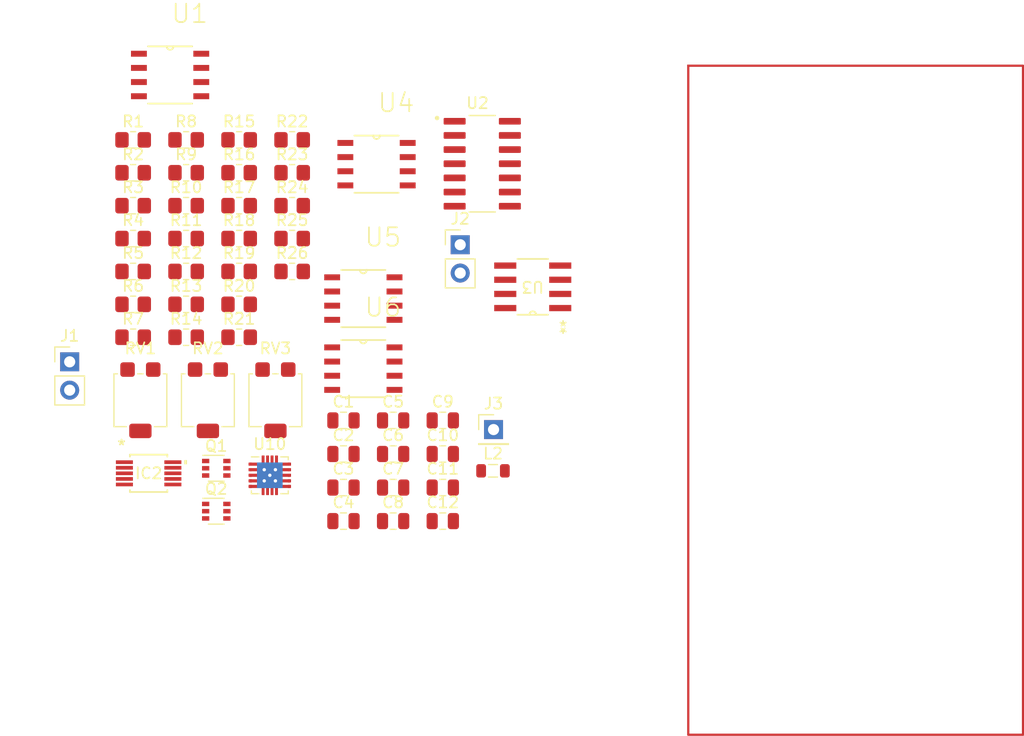
<source format=kicad_pcb>
(kicad_pcb (version 20221018) (generator pcbnew)
  (layers (0 "F.Cu" signal) (31 "B.Cu" signal) (34 "B.Paste" user) (35 "F.Paste" user) (36 "B.SilkS" user "B.Silkscreen") (37 "F.SilkS" user "F.Silkscreen") (38 "B.Mask" user) (39 "F.Mask" user) (44 "Edge.Cuts" user))
  (net 0 "")
  (net 1 "Net-(Q1B-C2)")
  (net 2 "GND")
  (net 3 "Net-(C2-Pad1)")
  (net 4 "(UxUy + ErUy){slash}Asaw")
  (net 5 "VBUS")
  (net 6 "Net-(U3-CAP+)")
  (net 7 "Net-(U3-CAP-)")
  (net 8 "Net-(U10-FB)")
  (net 9 "Vcc-")
  (net 10 "VCC")
  (net 11 "Net-(U10-VAUX)")
  (net 12 "IN1")
  (net 13 "SW_OUT")
  (net 18 "Ux")
  (net 19 "Uy")
  (net 20 "UxUy")
  (net 21 "Net-(U10-L1)")
  (net 22 "Net-(U10-L2)")
  (net 23 "Net-(Q1A-B1)")
  (net 24 "Net-(Q1A-C1)")
  (net 25 "Net-(Q1B-B2)")
  (net 26 "Net-(U2A-+)")
  (net 27 "Uy_buff")
  (net 28 "Net-(U6B--)")
  (net 29 "Net-(U2A--)")
  (net 30 "Net-(U3-LV)")
  (net 31 "Net-(U1A--)")
  (net 32 "Net-(U4A--)")
  (net 33 "Net-(U1B--)")
  (net 34 "Net-(R12-Pad2)")
  (net 35 "Net-(U4B--)")
  (net 36 "Ux+Er")
  (net 37 "Net-(U5B-+)")
  (net 38 "UyEr")
  (net 39 "UxUy + ErUy")
  (net 40 "Net-(U5B--)")
  (net 41 "Er")
  (net 42 "Net-(U5A--)")
  (net 43 "Net-(R23-Pad1)")
  (net 44 "Net-(U10-PG)")
  (net 45 "Net-(U6A--)")
  (footprint "Resistor_SMD:R_0805_2012Metric_Pad1.20x1.40mm_HandSolder" (layer "F.Cu") (at 140 68.9)
    (fp_text reference "R13" (at 0 -1.65) (layer "F.SilkS"))
    (fp_text value "2k")
    (pad "1" smd roundrect (at -1 0) (size 1.2 1.4) (layers "F.Cu" "F.Paste" "F.Mask") (roundrect_rratio 0.208333) (net 34 "Net-(R12-Pad2)"))
    (pad "2" smd roundrect (at 1 0) (size 1.2 1.4) (layers "F.Cu" "F.Paste" "F.Mask") (roundrect_rratio 0.208333) (net 35 "Net-(U4B--)"))
  )
  (footprint "Potentiometer_SMD:Potentiometer_Bourns_3314G_Vertical" (layer "F.Cu") (at 135.9 77.5)
    (fp_text reference "RV1" (at 0 -4.65) (layer "F.SilkS"))
    (fp_text value "1,1k")
    (pad "1" smd roundrect (at -1.15 -2.75) (size 1.3 1.3) (layers "F.Cu" "F.Paste" "F.Mask") (roundrect_rratio 0.1923076923) (net 41 "Er"))
    (pad "2" smd roundrect (at 0 2.75) (size 2 1.3) (layers "F.Cu" "F.Paste" "F.Mask") (roundrect_rratio 0.1923076923) (net 2 "GND"))
    (pad "3" smd roundrect (at 1.15 -2.75) (size 1.3 1.3) (layers "F.Cu" "F.Paste" "F.Mask") (roundrect_rratio 0.1923076923) (net 2 "GND"))
  )
  (footprint "Custom:RM_10_ADI" (layer "F.Cu") (at 136.6389 84.0546)
    (fp_text reference "IC2" (at 0 0 unlocked) (layer "F.SilkS"))
    (fp_text value "ADG1221BRMZ")
    (fp_text user "*" (at -2.4257 -2.4732) (layer "F.SilkS"))
    (fp_text user "*" (at -2.4257 -2.4732 unlocked) (layer "F.SilkS"))
    (pad "1" smd rect (at -2.1717 -1.000001) (size 1.524 0.3302) (layers "F.Cu" "F.Paste" "F.Mask") (net 12 "IN1"))
    (pad "2" smd rect (at -2.1717 -0.499999) (size 1.524 0.3302) (layers "F.Cu" "F.Paste" "F.Mask") (net 2 "GND"))
    (pad "3" smd rect (at -2.1717 0) (size 1.524 0.3302) (layers "F.Cu" "F.Paste" "F.Mask") (net 13 "SW_OUT"))
    (pad "4" smd rect (at -2.1717 0.499999) (size 1.524 0.3302) (layers "F.Cu" "F.Paste" "F.Mask"))
    (pad "5" smd rect (at -2.1717 1.000001) (size 1.524 0.3302) (layers "F.Cu" "F.Paste" "F.Mask"))
    (pad "6" smd rect (at 2.1717 1.000001) (size 1.524 0.3302) (layers "F.Cu" "F.Paste" "F.Mask") (net 9 "Vcc-"))
    (pad "7" smd rect (at 2.1717 0.499999) (size 1.524 0.3302) (layers "F.Cu" "F.Paste" "F.Mask"))
    (pad "8" smd rect (at 2.1717 0) (size 1.524 0.3302) (layers "F.Cu" "F.Paste" "F.Mask") (net 2 "GND"))
    (pad "9" smd rect (at 2.1717 -0.499999) (size 1.524 0.3302) (layers "F.Cu" "F.Paste" "F.Mask") (net 10 "VCC"))
    (pad "10" smd rect (at 2.1717 -1.000001) (size 1.524 0.3302) (layers "F.Cu" "F.Paste" "F.Mask"))
  )
  (footprint "Package_SON:Texas_S-PWSON-N10_ThermalVias" (layer "F.Cu") (at 147.5 84.23)
    (fp_text reference "U10" (at 0 -2.8) (layer "F.SilkS"))
    (fp_text value "TPS63060")
    (pad "1" smd rect (at -1.76 -1) (size 0.28 0.28) (layers "F.Cu" "F.Paste" "F.Mask") (net 21 "Net-(U10-L1)"))
    (pad "1" smd oval (at -1.475 -1) (size 0.85 0.28) (layers "F.Cu" "F.Paste" "F.Mask") (net 21 "Net-(U10-L1)"))
    (pad "2" smd rect (at -1.76 -0.5) (size 0.28 0.28) (layers "F.Cu" "F.Paste" "F.Mask") (net 5 "VBUS"))
    (pad "2" smd oval (at -1.475 -0.5) (size 0.85 0.28) (layers "F.Cu" "F.Paste" "F.Mask") (net 5 "VBUS"))
    (pad "3" smd rect (at -1.76 0) (size 0.28 0.28) (layers "F.Cu" "F.Paste" "F.Mask") (net 5 "VBUS"))
    (pad "3" smd oval (at -1.475 0) (size 0.85 0.28) (layers "F.Cu" "F.Paste" "F.Mask") (net 5 "VBUS"))
    (pad "4" smd rect (at -1.76 0.5) (size 0.28 0.28) (layers "F.Cu" "F.Paste" "F.Mask"))
    (pad "4" smd oval (at -1.475 0.5) (size 0.85 0.28) (layers "F.Cu" "F.Paste" "F.Mask"))
    (pad "5" smd rect (at -1.76 1) (size 0.28 0.28) (layers "F.Cu" "F.Paste" "F.Mask") (net 44 "Net-(U10-PG)"))
    (pad "5" smd oval (at -1.475 1) (size 0.85 0.28) (layers "F.Cu" "F.Paste" "F.Mask") (net 44 "Net-(U10-PG)"))
    (pad "6" smd oval (at 1.475 1) (size 0.85 0.28) (layers "F.Cu" "F.Paste" "F.Mask") (net 11 "Net-(U10-VAUX)"))
    (pad "6" smd rect (at 1.76 1) (size 0.28 0.28) (layers "F.Cu" "F.Paste" "F.Mask") (net 11 "Net-(U10-VAUX)"))
    (pad "7" smd oval (at 1.475 0.5) (size 0.85 0.28) (layers "F.Cu" "F.Paste" "F.Mask") (net 2 "GND"))
    (pad "7" smd rect (at 1.76 0.5) (size 0.28 0.28) (layers "F.Cu" "F.Paste" "F.Mask") (net 2 "GND"))
    (pad "8" smd oval (at 1.475 0) (size 0.85 0.28) (layers "F.Cu" "F.Paste" "F.Mask") (net 8 "Net-(U10-FB)"))
    (pad "8" smd rect (at 1.76 0) (size 0.28 0.28) (layers "F.Cu" "F.Paste" "F.Mask") (net 8 "Net-(U10-FB)"))
    (pad "9" smd oval (at 1.475 -0.5) (size 0.85 0.28) (layers "F.Cu" "F.Paste" "F.Mask") (net 10 "VCC"))
    (pad "9" smd rect (at 1.76 -0.5) (size 0.28 0.28) (layers "F.Cu" "F.Paste" "F.Mask") (net 10 "VCC"))
    (pad "10" smd oval (at 1.475 -1) (size 0.85 0.28) (layers "F.Cu" "F.Paste" "F.Mask") (net 22 "Net-(U10-L2)"))
    (pad "10" smd rect (at 1.76 -1) (size 0.28 0.28) (layers "F.Cu" "F.Paste" "F.Mask") (net 22 "Net-(U10-L2)"))
    (pad "11" smd rect (at -0.6 -1.425) (size 0.23 0.6) (layers "F.Cu" "F.Paste" "F.Mask") (net 2 "GND"))
    (pad "11" smd rect (at -0.6 -1.425) (size 0.25 0.7) (layers "F.Cu" "F.Paste" "F.Mask") (net 2 "GND"))
    (pad "11" smd rect (at -0.6 1.425) (size 0.23 0.6) (layers "F.Cu" "F.Paste" "F.Mask") (net 2 "GND"))
    (pad "11" smd rect (at -0.6 1.425) (size 0.25 0.7) (layers "F.Cu" "F.Paste" "F.Mask") (net 2 "GND"))
    (pad "11" thru_hole circle (at -0.5 -0.5) (size 0.6 0.6) (drill 0.3) (layers "*.Cu" "*.Mask") (net 2 "GND"))
    (pad "11" thru_hole circle (at -0.5 0.5) (size 0.6 0.6) (drill 0.3) (layers "*.Cu" "*.Mask") (net 2 "GND"))
    (pad "11" smd rect (at -0.435 -0.56) (size 0.65 0.9) (layers "F.Cu" "F.Paste" "F.Mask") (net 2 "GND"))
    (pad "11" smd rect (at -0.435 0.56) (size 0.65 0.9) (layers "F.Cu" "F.Paste" "F.Mask") (net 2 "GND"))
    (pad "11" smd rect (at -0.2 -1.425) (size 0.23 0.6) (layers "F.Cu" "F.Paste" "F.Mask") (net 2 "GND"))
    (pad "11" smd rect (at -0.2 -1.425) (size 0.25 0.7) (layers "F.Cu" "F.Paste" "F.Mask") (net 2 "GND"))
    (pad "11" smd rect (at -0.2 1.425) (size 0.23 0.6) (layers "F.Cu" "F.Paste" "F.Mask") (net 2 "GND"))
    (pad "11" smd rect (at -0.2 1.425) (size 0.25 0.7) (layers "F.Cu" "F.Paste" "F.Mask") (net 2 "GND"))
    (pad "11" smd rect (at -0.001 0) (size 2.3 2.3) (layers "B.Cu") (net 2 "GND"))
    (pad "11" thru_hole circle (at 0 0) (size 0.6 0.6) (drill 0.3) (layers "*.Cu" "*.Mask") (net 2 "GND"))
    (pad "11" smd rect (at 0 0) (size 1.7 2.15) (layers "F.Cu" "F.Mask") (net 2 "GND"))
    (pad "11" smd rect (at 0.2 -1.425) (size 0.23 0.6) (layers "F.Cu" "F.Paste" "F.Mask") (net 2 "GND"))
    (pad "11" smd rect (at 0.2 -1.425) (size 0.25 0.7) (layers "F.Cu" "F.Paste" "F.Mask") (net 2 "GND"))
    (pad "11" smd rect (at 0.2 1.425) (size 0.23 0.6) (layers "F.Cu" "F.Paste" "F.Mask") (net 2 "GND"))
    (pad "11" smd rect (at 0.2 1.425) (size 0.25 0.7) (layers "F.Cu" "F.Paste" "F.Mask") (net 2 "GND"))
    (pad "11" smd rect (at 0.435 -0.56) (size 0.65 0.9) (layers "F.Cu" "F.Paste" "F.Mask") (net 2 "GND"))
    (pad "11" smd rect (at 0.435 0.56) (size 0.65 0.9) (layers "F.Cu" "F.Paste" "F.Mask") (net 2 "GND"))
    (pad "11" thru_hole circle (at 0.5 -0.5) (size 0.6 0.6) (drill 0.3) (layers "*.Cu" "*.Mask") (net 2 "GND"))
    (pad "11" thru_hole circle (at 0.5 0.5) (size 0.6 0.6) (drill 0.3) (layers "*.Cu" "*.Mask") (net 2 "GND"))
    (pad "11" smd rect (at 0.6 -1.425) (size 0.23 0.6) (layers "F.Cu" "F.Paste" "F.Mask") (net 2 "GND"))
    (pad "11" smd rect (at 0.6 -1.425) (size 0.25 0.7) (layers "F.Cu" "F.Paste" "F.Mask") (net 2 "GND"))
    (pad "11" smd rect (at 0.6 1.425) (size 0.23 0.6) (layers "F.Cu" "F.Paste" "F.Mask") (net 2 "GND"))
    (pad "11" smd rect (at 0.6 1.425) (size 0.25 0.7) (layers "F.Cu" "F.Paste" "F.Mask") (net 2 "GND"))
  )
  (footprint "Capacitor_SMD:C_0805_2012Metric" (layer "F.Cu") (at 163 82.32)
    (fp_text reference "C10" (at 0 -1.68) (layer "F.SilkS"))
    (fp_text value "10u")
    (pad "1" smd roundrect (at -0.95 0) (size 1 1.45) (layers "F.Cu" "F.Paste" "F.Mask") (net 5 "VBUS"))
    (pad "2" smd roundrect (at 0.95 0) (size 1 1.45) (layers "F.Cu" "F.Paste" "F.Mask") (net 2 "GND"))
  )
  (footprint "Resistor_SMD:R_0805_2012Metric_Pad1.20x1.40mm_HandSolder" (layer "F.Cu") (at 135.25 68.9)
    (fp_text reference "R6" (at 0 -1.65) (layer "F.SilkS"))
    (fp_text value "2k")
    (pad "1" smd roundrect (at -1 0) (size 1.2 1.4) (layers "F.Cu" "F.Paste" "F.Mask") (roundrect_rratio 0.208333) (net 10 "VCC"))
    (pad "2" smd roundrect (at 1 0) (size 1.2 1.4) (layers "F.Cu" "F.Paste" "F.Mask") (roundrect_rratio 0.208333) (net 12 "IN1"))
  )
  (footprint "Resistor_SMD:R_0805_2012Metric_Pad1.20x1.40mm_HandSolder" (layer "F.Cu") (at 149.5 65.95)
    (fp_text reference "R26" (at 0 -1.65) (layer "F.SilkS"))
    (fp_text value "1M")
    (pad "1" smd roundrect (at -1 0) (size 1.2 1.4) (layers "F.Cu" "F.Paste" "F.Mask") (roundrect_rratio 0.208333) (net 10 "VCC"))
    (pad "2" smd roundrect (at 1 0) (size 1.2 1.4) (layers "F.Cu" "F.Paste" "F.Mask") (roundrect_rratio 0.208333) (net 8 "Net-(U10-FB)"))
  )
  (footprint "Capacitor_SMD:C_0805_2012Metric" (layer "F.Cu") (at 158.55 88.34)
    (fp_text reference "C8" (at 0 -1.68) (layer "F.SilkS"))
    (fp_text value "22u")
    (pad "1" smd roundrect (at -0.95 0) (size 1 1.45) (layers "F.Cu" "F.Paste" "F.Mask") (net 10 "VCC"))
    (pad "2" smd roundrect (at 0.95 0) (size 1 1.45) (layers "F.Cu" "F.Paste" "F.Mask") (net 2 "GND"))
  )
  (footprint "Resistor_SMD:R_0805_2012Metric_Pad1.20x1.40mm_HandSolder" (layer "F.Cu") (at 140 57.1)
    (fp_text reference "R9" (at 0 -1.65) (layer "F.SilkS"))
    (fp_text value "10k")
    (pad "1" smd roundrect (at -1 0) (size 1.2 1.4) (layers "F.Cu" "F.Paste" "F.Mask") (roundrect_rratio 0.208333) (net 30 "Net-(U3-LV)"))
    (pad "2" smd roundrect (at 1 0) (size 1.2 1.4) (layers "F.Cu" "F.Paste" "F.Mask") (roundrect_rratio 0.208333) (net 2 "GND"))
  )
  (footprint "Resistor_SMD:R_0805_2012Metric_Pad1.20x1.40mm_HandSolder" (layer "F.Cu") (at 144.75 60.05)
    (fp_text reference "R17" (at 0 -1.65) (layer "F.SilkS"))
    (fp_text value "2k")
    (pad "1" smd roundrect (at -1 0) (size 1.2 1.4) (layers "F.Cu" "F.Paste" "F.Mask") (roundrect_rratio 0.208333) (net 39 "UxUy + ErUy"))
    (pad "2" smd roundrect (at 1 0) (size 1.2 1.4) (layers "F.Cu" "F.Paste" "F.Mask") (roundrect_rratio 0.208333) (net 40 "Net-(U5B--)"))
  )
  (footprint "Resistor_SMD:R_0805_2012Metric_Pad1.20x1.40mm_HandSolder" (layer "F.Cu") (at 144.75 54.15)
    (fp_text reference "R15" (at 0 -1.65) (layer "F.SilkS"))
    (fp_text value "2k")
    (pad "1" smd roundrect (at -1 0) (size 1.2 1.4) (layers "F.Cu" "F.Paste" "F.Mask") (roundrect_rratio 0.208333) (net 37 "Net-(U5B-+)"))
    (pad "2" smd roundrect (at 1 0) (size 1.2 1.4) (layers "F.Cu" "F.Paste" "F.Mask") (roundrect_rratio 0.208333) (net 20 "UxUy"))
  )
  (footprint "Resistor_SMD:R_0805_2012Metric_Pad1.20x1.40mm_HandSolder" (layer "F.Cu") (at 149.5 60.05)
    (fp_text reference "R24" (at 0 -1.65) (layer "F.SilkS"))
    (fp_text value "1M")
    (pad "1" smd roundrect (at -1 0) (size 1.2 1.4) (layers "F.Cu" "F.Paste" "F.Mask") (roundrect_rratio 0.208333) (net 10 "VCC"))
    (pad "2" smd roundrect (at 1 0) (size 1.2 1.4) (layers "F.Cu" "F.Paste" "F.Mask") (roundrect_rratio 0.208333) (net 44 "Net-(U10-PG)"))
  )
  (footprint "Resistor_SMD:R_0805_2012Metric_Pad1.20x1.40mm_HandSolder" (layer "F.Cu") (at 140 71.85)
    (fp_text reference "R14" (at 0 -1.65) (layer "F.SilkS"))
    (fp_text value "2k")
    (pad "1" smd roundrect (at -1 0) (size 1.2 1.4) (layers "F.Cu" "F.Paste" "F.Mask") (roundrect_rratio 0.208333) (net 35 "Net-(U4B--)"))
    (pad "2" smd roundrect (at 1 0) (size 1.2 1.4) (layers "F.Cu" "F.Paste" "F.Mask") (roundrect_rratio 0.208333) (net 36 "Ux+Er"))
  )
  (footprint "Resistor_SMD:R_0805_2012Metric_Pad1.20x1.40mm_HandSolder" (layer "F.Cu") (at 140 54.15)
    (fp_text reference "R8" (at 0 -1.65) (layer "F.SilkS"))
    (fp_text value "20k")
    (pad "1" smd roundrect (at -1 0) (size 1.2 1.4) (layers "F.Cu" "F.Paste" "F.Mask") (roundrect_rratio 0.208333) (net 3 "Net-(C2-Pad1)"))
    (pad "2" smd roundrect (at 1 0) (size 1.2 1.4) (layers "F.Cu" "F.Paste" "F.Mask") (roundrect_rratio 0.208333) (net 4 "(UxUy + ErUy){slash}Asaw"))
  )
  (footprint "Package_TO_SOT_SMD:SOT-363_SC-70-6" (layer "F.Cu") (at 142.7 83.6)
    (fp_text reference "Q1" (at 0 -2) (layer "F.SilkS"))
    (fp_text value "BC846BPN")
    (pad "1" smd rect (at -0.95 -0.65) (size 0.65 0.4) (layers "F.Cu" "F.Paste" "F.Mask") (net 10 "VCC"))
    (pad "2" smd rect (at -0.95 0) (size 0.65 0.4) (layers "F.Cu" "F.Paste" "F.Mask") (net 23 "Net-(Q1A-B1)"))
    (pad "3" smd rect (at -0.95 0.65) (size 0.65 0.4) (layers "F.Cu" "F.Paste" "F.Mask") (net 1 "Net-(Q1B-C2)"))
    (pad "4" smd rect (at 0.95 0.65) (size 0.65 0.4) (layers "F.Cu" "F.Paste" "F.Mask") (net 24 "Net-(Q1A-C1)"))
    (pad "5" smd rect (at 0.95 0) (size 0.65 0.4) (layers "F.Cu" "F.Paste" "F.Mask") (net 25 "Net-(Q1B-B2)"))
    (pad "6" smd rect (at 0.95 -0.65) (size 0.65 0.4) (layers "F.Cu" "F.Paste" "F.Mask") (net 24 "Net-(Q1A-C1)"))
  )
  (footprint "Resistor_SMD:R_0805_2012Metric_Pad1.20x1.40mm_HandSolder" (layer "F.Cu") (at 144.75 71.85)
    (fp_text reference "R21" (at 0 -1.65) (layer "F.SilkS"))
    (fp_text value "4k")
    (pad "1" smd roundrect (at -1 0) (size 1.2 1.4) (layers "F.Cu" "F.Paste" "F.Mask") (roundrect_rratio 0.208333) (net 42 "Net-(U5A--)"))
    (pad "2" smd roundrect (at 1 0) (size 1.2 1.4) (layers "F.Cu" "F.Paste" "F.Mask") (roundrect_rratio 0.208333) (net 2 "GND"))
  )
  (footprint "Custom:TS912AIDT-SOIC8" (layer "F.Cu") (at 155.8802 74.6662)
    (fp_text reference "U6" (at 1.75663 -5.49898) (layer "F.SilkS") (effects (font (size 1.643764 1.643764))))
    (fp_text value "TS912")
    (pad "1" smd rect (at -2.794 -1.905) (size 1.4224 0.5334) (layers "F.Cu" "F.Paste" "F.Mask") (net 38 "UyEr"))
    (pad "2" smd rect (at -2.794 -0.635) (size 1.4224 0.5334) (layers "F.Cu" "F.Paste" "F.Mask") (net 45 "Net-(U6A--)"))
    (pad "3" smd rect (at -2.794 0.635) (size 1.4224 0.5334) (layers "F.Cu" "F.Paste" "F.Mask") (net 27 "Uy_buff"))
    (pad "4" smd rect (at -2.794 1.905) (size 1.4224 0.5334) (layers "F.Cu" "F.Paste" "F.Mask") (net 9 "Vcc-"))
    (pad "5" smd rect (at 2.794 1.905) (size 1.4224 0.5334) (layers "F.Cu" "F.Paste" "F.Mask") (net 19 "Uy"))
    (pad "6" smd rect (at 2.794 0.635) (size 1.4224 0.5334) (layers "F.Cu" "F.Paste" "F.Mask") (net 28 "Net-(U6B--)"))
    (pad "7" smd rect (at 2.794 -0.635) (size 1.4224 0.5334) (layers "F.Cu" "F.Paste" "F.Mask") (net 27 "Uy_buff"))
    (pad "8" smd rect (at 2.794 -1.905) (size 1.4224 0.5334) (layers "F.Cu" "F.Paste" "F.Mask") (net 10 "VCC"))
  )
  (footprint "Capacitor_SMD:C_0805_2012Metric" (layer "F.Cu") (at 154.1 79.31)
    (fp_text reference "C1" (at 0 -1.68) (layer "F.SilkS"))
    (fp_text value "1n")
    (pad "1" smd roundrect (at -0.95 0) (size 1 1.45) (layers "F.Cu" "F.Paste" "F.Mask") (net 1 "Net-(Q1B-C2)"))
    (pad "2" smd roundrect (at 0.95 0) (size 1 1.45) (layers "F.Cu" "F.Paste" "F.Mask") (net 2 "GND"))
  )
  (footprint "Resistor_SMD:R_0805_2012Metric_Pad1.20x1.40mm_HandSolder" (layer "F.Cu") (at 144.75 68.9)
    (fp_text reference "R20" (at 0 -1.65) (layer "F.SilkS"))
    (fp_text value "2k")
    (pad "1" smd roundrect (at -1 0) (size 1.2 1.4) (layers "F.Cu" "F.Paste" "F.Mask") (roundrect_rratio 0.208333) (net 27 "Uy_buff"))
    (pad "2" smd roundrect (at 1 0) (size 1.2 1.4) (layers "F.Cu" "F.Paste" "F.Mask") (roundrect_rratio 0.208333) (net 13 "SW_OUT"))
  )
  (footprint "Resistor_SMD:R_0805_2012Metric_Pad1.20x1.40mm_HandSolder" (layer "F.Cu") (at 135.25 63)
    (fp_text reference "R4" (at 0 -1.65) (layer "F.SilkS"))
    (fp_text value "100k")
    (pad "1" smd roundrect (at -1 0) (size 1.2 1.4) (layers "F.Cu" "F.Paste" "F.Mask") (roundrect_rratio 0.208333) (net 10 "VCC"))
    (pad "2" smd roundrect (at 1 0) (size 1.2 1.4) (layers "F.Cu" "F.Paste" "F.Mask") (roundrect_rratio 0.208333) (net 29 "Net-(U2A--)"))
  )
  (footprint "Custom:D8" (layer "F.Cu") (at 171.0625 67.33 180)
    (fp_text reference "U3" (at 0 0 180 unlocked) (layer "F.SilkS"))
    (fp_text value "~")
    (fp_text user "*" (at -2.7178 -3.6068 180 unlocked) (layer "F.SilkS"))
    (fp_text user "*" (at -2.7178 -3.6068) (layer "F.SilkS"))
    (pad "1" smd rect (at -2.4638 -1.905 180) (size 1.9812 0.5588) (layers "F.Cu" "F.Paste" "F.Mask"))
    (pad "2" smd rect (at -2.4638 -0.635 180) (size 1.9812 0.5588) (layers "F.Cu" "F.Paste" "F.Mask") (net 6 "Net-(U3-CAP+)"))
    (pad "3" smd rect (at -2.4638 0.635 180) (size 1.9812 0.5588) (layers "F.Cu" "F.Paste" "F.Mask") (net 2 "GND"))
    (pad "4" smd rect (at -2.4638 1.905 180) (size 1.9812 0.5588) (layers "F.Cu" "F.Paste" "F.Mask") (net 7 "Net-(U3-CAP-)"))
    (pad "5" smd rect (at 2.4638 1.905 180) (size 1.9812 0.5588) (layers "F.Cu" "F.Paste" "F.Mask") (net 9 "Vcc-"))
    (pad "6" smd rect (at 2.4638 0.635 180) (size 1.9812 0.5588) (layers "F.Cu" "F.Paste" "F.Mask") (net 30 "Net-(U3-LV)"))
    (pad "7" smd rect (at 2.4638 -0.635 180) (size 1.9812 0.5588) (layers "F.Cu" "F.Paste" "F.Mask"))
    (pad "8" smd rect (at 2.4638 -1.905 180) (size 1.9812 0.5588) (layers "F.Cu" "F.Paste" "F.Mask") (net 10 "VCC"))
  )
  (footprint "Capacitor_SMD:C_0805_2012Metric" (layer "F.Cu") (at 158.55 79.31)
    (fp_text reference "C5" (at 0 -1.68) (layer "F.SilkS"))
    (fp_text value "10u")
    (pad "1" smd roundrect (at -0.95 0) (size 1 1.45) (layers "F.Cu" "F.Paste" "F.Mask") (net 6 "Net-(U3-CAP+)"))
    (pad "2" smd roundrect (at 0.95 0) (size 1 1.45) (layers "F.Cu" "F.Paste" "F.Mask") (net 7 "Net-(U3-CAP-)"))
  )
  (footprint "Resistor_SMD:R_0805_2012Metric_Pad1.20x1.40mm_HandSolder" (layer "F.Cu") (at 149.5 57.1)
    (fp_text reference "R23" (at 0 -1.65) (layer "F.SilkS"))
    (fp_text value "2k")
    (pad "1" smd roundrect (at -1 0) (size 1.2 1.4) (layers "F.Cu" "F.Paste" "F.Mask") (roundrect_rratio 0.208333) (net 43 "Net-(R23-Pad1)"))
    (pad "2" smd roundrect (at 1 0) (size 1.2 1.4) (layers "F.Cu" "F.Paste" "F.Mask") (roundrect_rratio 0.208333) (net 38 "UyEr"))
  )
  (footprint "Capacitor_SMD:C_0805_2012Metric" (layer "F.Cu") (at 163 79.31)
    (fp_text reference "C9" (at 0 -1.68) (layer "F.SilkS"))
    (fp_text value "0,1u")
    (pad "1" smd roundrect (at -0.95 0) (size 1 1.45) (layers "F.Cu" "F.Paste" "F.Mask") (net 11 "Net-(U10-VAUX)"))
    (pad "2" smd roundrect (at 0.95 0) (size 1 1.45) (layers "F.Cu" "F.Paste" "F.Mask") (net 2 "GND"))
  )
  (footprint "Resistor_SMD:R_0805_2012Metric_Pad1.20x1.40mm_HandSolder" (layer "F.Cu") (at 149.5 63)
    (fp_text reference "R25" (at 0 -1.65) (layer "F.SilkS"))
    (fp_text value "111k")
    (pad "1" smd roundrect (at -1 0) (size 1.2 1.4) (layers "F.Cu" "F.Paste" "F.Mask") (roundrect_rratio 0.208333) (net 8 "Net-(U10-FB)"))
    (pad "2" smd roundrect (at 1 0) (size 1.2 1.4) (layers "F.Cu" "F.Paste" "F.Mask") (roundrect_rratio 0.208333) (net 2 "GND"))
  )
  (footprint "Capacitor_SMD:C_0805_2012Metric" (layer "F.Cu") (at 154.1 82.32)
    (fp_text reference "C2" (at 0 -1.68) (layer "F.SilkS"))
    (fp_text value "10n")
    (pad "1" smd roundrect (at -0.95 0) (size 1 1.45) (layers "F.Cu" "F.Paste" "F.Mask") (net 3 "Net-(C2-Pad1)"))
    (pad "2" smd roundrect (at 0.95 0) (size 1 1.45) (layers "F.Cu" "F.Paste" "F.Mask") (net 2 "GND"))
  )
  (footprint "Custom:TS912AIDT-SOIC8" (layer "F.Cu") (at 157.0625 56.33)
    (fp_text reference "U4" (at 1.75663 -5.49898) (layer "F.SilkS") (effects (font (size 1.643764 1.643764))))
    (fp_text value "TS912")
    (pad "1" smd rect (at -2.794 -1.905) (size 1.4224 0.5334) (layers "F.Cu" "F.Paste" "F.Mask") (net 34 "Net-(R12-Pad2)"))
    (pad "2" smd rect (at -2.794 -0.635) (size 1.4224 0.5334) (layers "F.Cu" "F.Paste" "F.Mask") (net 32 "Net-(U4A--)"))
    (pad "3" smd rect (at -2.794 0.635) (size 1.4224 0.5334) (layers "F.Cu" "F.Paste" "F.Mask") (net 2 "GND"))
    (pad "4" smd rect (at -2.794 1.905) (size 1.4224 0.5334) (layers "F.Cu" "F.Paste" "F.Mask") (net 9 "Vcc-"))
    (pad "5" smd rect (at 2.794 1.905) (size 1.4224 0.5334) (layers "F.Cu" "F.Paste" "F.Mask") (net 2 "GND"))
    (pad "6" smd rect (at 2.794 0.635) (size 1.4224 0.5334) (layers "F.Cu" "F.Paste" "F.Mask") (net 35 "Net-(U4B--)"))
    (pad "7" smd rect (at 2.794 -0.635) (size 1.4224 0.5334) (layers "F.Cu" "F.Paste" "F.Mask") (net 36 "Ux+Er"))
    (pad "8" smd rect (at 2.794 -1.905) (size 1.4224 0.5334) (layers "F.Cu" "F.Paste" "F.Mask") (net 10 "VCC"))
  )
  (footprint "Capacitor_SMD:C_0805_2012Metric" (layer "F.Cu") (at 154.1 88.34)
    (fp_text reference "C4" (at 0 -1.68) (layer "F.SilkS"))
    (fp_text value "10u")
    (pad "1" smd roundrect (at -0.95 0) (size 1 1.45) (layers "F.Cu" "F.Paste" "F.Mask") (net 5 "VBUS"))
    (pad "2" smd roundrect (at 0.95 0) (size 1 1.45) (layers "F.Cu" "F.Paste" "F.Mask") (net 2 "GND"))
  )
  (footprint "Resistor_SMD:R_0805_2012Metric_Pad1.20x1.40mm_HandSolder" (layer "F.Cu") (at 135.25 60.05)
    (fp_text reference "R3" (at 0 -1.65) (layer "F.SilkS"))
    (fp_text value "25k")
    (pad "1" smd roundrect (at -1 0) (size 1.2 1.4) (layers "F.Cu" "F.Paste" "F.Mask") (roundrect_rratio 0.208333) (net 29 "Net-(U2A--)"))
    (pad "2" smd roundrect (at 1 0) (size 1.2 1.4) (layers "F.Cu" "F.Paste" "F.Mask") (roundrect_rratio 0.208333) (net 2 "GND"))
  )
  (footprint "Resistor_SMD:R_0805_2012Metric_Pad1.20x1.40mm_HandSolder" (layer "F.Cu") (at 140 63)
    (fp_text reference "R11" (at 0 -1.65) (layer "F.SilkS"))
    (fp_text value "10k")
    (pad "1" smd roundrect (at -1 0) (size 1.2 1.4) (layers "F.Cu" "F.Paste" "F.Mask") (roundrect_rratio 0.208333) (net 33 "Net-(U1B--)"))
    (pad "2" smd roundrect (at 1 0) (size 1.2 1.4) (layers "F.Cu" "F.Paste" "F.Mask") (roundrect_rratio 0.208333) (net 32 "Net-(U4A--)"))
  )
  (footprint "Resistor_SMD:R_0805_2012Metric_Pad1.20x1.40mm_HandSolder" (layer "F.Cu") (at 135.25 65.95)
    (fp_text reference "R5" (at 0 -1.65) (layer "F.SilkS"))
    (fp_text value "10k")
    (pad "1" smd roundrect (at -1 0) (size 1.2 1.4) (layers "F.Cu" "F.Paste" "F.Mask") (roundrect_rratio 0.208333) (net 25 "Net-(Q1B-B2)"))
    (pad "2" smd roundrect (at 1 0) (size 1.2 1.4) (layers "F.Cu" "F.Paste" "F.Mask") (roundrect_rratio 0.208333) (net 2 "GND"))
  )
  (footprint "Resistor_SMD:R_0805_2012Metric_Pad1.20x1.40mm_HandSolder" (layer "F.Cu") (at 144.75 63)
    (fp_text reference "R18" (at 0 -1.65) (layer "F.SilkS"))
    (fp_text value "2k")
    (pad "1" smd roundrect (at -1 0) (size 1.2 1.4) (layers "F.Cu" "F.Paste" "F.Mask") (roundrect_rratio 0.208333) (net 2 "GND"))
    (pad "2" smd roundrect (at 1 0) (size 1.2 1.4) (layers "F.Cu" "F.Paste" "F.Mask") (roundrect_rratio 0.208333) (net 40 "Net-(U5B--)"))
  )
  (footprint "Resistor_SMD:R_0805_2012Metric_Pad1.20x1.40mm_HandSolder" (layer "F.Cu") (at 135.25 54.15)
    (fp_text reference "R1" (at 0 -1.65) (layer "F.SilkS"))
    (fp_text value "3k")
    (pad "1" smd roundrect (at -1 0) (size 1.2 1.4) (layers "F.Cu" "F.Paste" "F.Mask") (roundrect_rratio 0.208333) (net 10 "VCC"))
    (pad "2" smd roundrect (at 1 0) (size 1.2 1.4) (layers "F.Cu" "F.Paste" "F.Mask") (roundrect_rratio 0.208333) (net 26 "Net-(U2A-+)"))
  )
  (footprint "Potentiometer_SMD:Potentiometer_Bourns_3314G_Vertical" (layer "F.Cu") (at 141.95 77.5)
    (fp_text reference "RV2" (at 0 -4.65) (layer "F.SilkS"))
    (fp_text value "12k")
    (pad "1" smd roundrect (at -1.15 -2.75) (size 1.3 1.3) (layers "F.Cu" "F.Paste" "F.Mask") (roundrect_rratio 0.1923076923) (net 26 "Net-(U2A-+)"))
    (pad "2" smd roundrect (at 0 2.75) (size 2 1.3) (layers "F.Cu" "F.Paste" "F.Mask") (roundrect_rratio 0.1923076923) (net 29 "Net-(U2A--)"))
    (pad "3" smd roundrect (at 1.15 -2.75) (size 1.3 1.3) (layers "F.Cu" "F.Paste" "F.Mask") (roundrect_rratio 0.1923076923) (net 2 "GND"))
  )
  (footprint "Capacitor_SMD:C_0805_2012Metric" (layer "F.Cu") (at 158.55 85.33)
    (fp_text reference "C7" (at 0 -1.68) (layer "F.SilkS"))
    (fp_text value "10u")
    (pad "1" smd roundrect (at -0.95 0) (size 1 1.45) (layers "F.Cu" "F.Paste" "F.Mask") (net 9 "Vcc-"))
    (pad "2" smd roundrect (at 0.95 0) (size 1 1.45) (layers "F.Cu" "F.Paste" "F.Mask") (net 2 "GND"))
  )
  (footprint "Resistor_SMD:R_0805_2012Metric_Pad1.20x1.40mm_HandSolder" (layer "F.Cu") (at 149.5 54.15)
    (fp_text reference "R22" (at 0 -1.65) (layer "F.SilkS"))
    (fp_text value "3k")
    (pad "1" smd roundrect (at -1 0) (size 1.2 1.4) (layers "F.Cu" "F.Paste" "F.Mask") (roundrect_rratio 0.208333) (net 39 "UxUy + ErUy"))
    (pad "2" smd roundrect (at 1 0) (size 1.2 1.4) (layers "F.Cu" "F.Paste" "F.Mask") (roundrect_rratio 0.208333) (net 42 "Net-(U5A--)"))
  )
  (footprint "Capacitor_SMD:C_0805_2012Metric" (layer "F.Cu") (at 154.1 85.33)
    (fp_text reference "C3" (at 0 -1.68) (layer "F.SilkS"))
    (fp_text value "10n")
    (pad "1" smd roundrect (at -0.95 0) (size 1 1.45) (layers "F.Cu" "F.Paste" "F.Mask") (net 4 "(UxUy + ErUy){slash}Asaw"))
    (pad "2" smd roundrect (at 0.95 0) (size 1 1.45) (layers "F.Cu" "F.Paste" "F.Mask") (net 2 "GND"))
  )
  (footprint "Custom:TS912AIDT-SOIC8" (layer "F.Cu") (at 155.8802 68.383)
    (fp_text reference "U5" (at 1.75663 -5.49898) (layer "F.SilkS") (effects (font (size 1.643764 1.643764))))
    (fp_text value "TS912")
    (pad "1" smd rect (at -2.794 -1.905) (size 1.4224 0.5334) (layers "F.Cu" "F.Paste" "F.Mask") (net 39 "UxUy + ErUy"))
    (pad "2" smd rect (at -2.794 -0.635) (size 1.4224 0.5334) (layers "F.Cu" "F.Paste" "F.Mask") (net 42 "Net-(U5A--)"))
    (pad "3" smd rect (at -2.794 0.635) (size 1.4224 0.5334) (layers "F.Cu" "F.Paste" "F.Mask") (net 4 "(UxUy + ErUy){slash}Asaw"))
    (pad "4" smd rect (at -2.794 1.905) (size 1.4224 0.5334) (layers "F.Cu" "F.Paste" "F.Mask") (net 9 "Vcc-"))
    (pad "5" smd rect (at 2.794 1.905) (size 1.4224 0.5334) (layers "F.Cu" "F.Paste" "F.Mask") (net 37 "Net-(U5B-+)"))
    (pad "6" smd rect (at 2.794 0.635) (size 1.4224 0.5334) (layers "F.Cu" "F.Paste" "F.Mask") (net 40 "Net-(U5B--)"))
    (pad "7" smd rect (at 2.794 -0.635) (size 1.4224 0.5334) (layers "F.Cu" "F.Paste" "F.Mask") (net 20 "UxUy"))
    (pad "8" smd rect (at 2.794 -1.905) (size 1.4224 0.5334) (layers "F.Cu" "F.Paste" "F.Mask") (net 10 "VCC"))
  )
  (footprint "Resistor_SMD:R_0805_2012Metric_Pad1.20x1.40mm_HandSolder" (layer "F.Cu") (at 135.25 57.1)
    (fp_text reference "R2" (at 0 -1.65) (layer "F.SilkS"))
    (fp_text value "10k")
    (pad "1" smd roundrect (at -1 0) (size 1.2 1.4) (layers "F.Cu" "F.Paste" "F.Mask") (roundrect_rratio 0.208333) (net 27 "Uy_buff"))
    (pad "2" smd roundrect (at 1 0) (size 1.2 1.4) (layers "F.Cu" "F.Paste" "F.Mask") (roundrect_rratio 0.208333) (net 28 "Net-(U6B--)"))
  )
  (footprint "Connector_PinHeader_2.54mm:PinHeader_1x01_P2.54mm_Vertical" (layer "F.Cu") (at 167.55 80.13)
    (fp_text reference "J3" (at 0 -2.33) (layer "F.SilkS"))
    (fp_text value "Conn_01x01_Pin")
    (pad "1" thru_hole rect (at 0 0) (size 1.7 1.7) (drill 1) (layers "*.Cu" "*.Mask") (net 20 "UxUy"))
  )
  (footprint "Potentiometer_SMD:Potentiometer_Bourns_3314G_Vertical" (layer "F.Cu") (at 148 77.5)
    (fp_text reference "RV3" (at 0 -4.65) (layer "F.SilkS"))
    (fp_text value "1,1k")
    (pad "1" smd roundrect (at -1.15 -2.75) (size 1.3 1.3) (layers "F.Cu" "F.Paste" "F.Mask") (roundrect_rratio 0.1923076923) (net 45 "Net-(U6A--)"))
    (pad "2" smd roundrect (at 0 2.75) (size 2 1.3) (layers "F.Cu" "F.Paste" "F.Mask") (roundrect_rratio 0.1923076923) (net 43 "Net-(R23-Pad1)"))
    (pad "3" smd roundrect (at 1.15 -2.75) (size 1.3 1.3) (layers "F.Cu" "F.Paste" "F.Mask") (roundrect_rratio 0.1923076923) (net 2 "GND"))
  )
  (footprint "Resistor_SMD:R_0805_2012Metric_Pad1.20x1.40mm_HandSolder" (layer "F.Cu") (at 135.25 71.85)
    (fp_text reference "R7" (at 0 -1.65) (layer "F.SilkS"))
    (fp_text value "20k")
    (pad "1" smd roundrect (at -1 0) (size 1.2 1.4) (layers "F.Cu" "F.Paste" "F.Mask") (roundrect_rratio 0.208333) (net 13 "SW_OUT"))
    (pad "2" smd roundrect (at 1 0) (size 1.2 1.4) (layers "F.Cu" "F.Paste" "F.Mask") (roundrect_rratio 0.208333) (net 3 "Net-(C2-Pad1)"))
  )
  (footprint "Capacitor_SMD:C_0805_2012Metric" (layer "F.Cu") (at 163 88.34)
    (fp_text reference "C12" (at 0 -1.68) (layer "F.SilkS"))
    (fp_text value "22u")
    (pad "1" smd roundrect (at -0.95 0) (size 1 1.45) (layers "F.Cu" "F.Paste" "F.Mask") (net 10 "VCC"))
    (pad "2" smd roundrect (at 0.95 0) (size 1 1.45) (layers "F.Cu" "F.Paste" "F.Mask") (net 2 "GND"))
  )
  (footprint "Resistor_SMD:R_0805_2012Metric_Pad1.20x1.40mm_HandSolder" (layer "F.Cu") (at 144.75 65.95)
    (fp_text reference "R19" (at 0 -1.65) (layer "F.SilkS"))
    (fp_text value "2k")
    (pad "1" smd roundrect (at -1 0) (size 1.2 1.4) (layers "F.Cu" "F.Paste" "F.Mask") (roundrect_rratio 0.208333) (net 10 "VCC"))
    (pad "2" smd roundrect (at 1 0) (size 1.2 1.4) (layers "F.Cu" "F.Paste" "F.Mask") (roundrect_rratio 0.208333) (net 41 "Er"))
  )
  (footprint "Custom:TS912AIDT-SOIC8" (layer "F.Cu") (at 138.5625 48.33)
    (fp_text reference "U1" (at 1.75663 -5.49898) (layer "F.SilkS") (effects (font (size 1.643764 1.643764))))
    (fp_text value "TS912")
    (pad "1" smd rect (at -2.794 -1.905) (size 1.4224 0.5334) (layers "F.Cu" "F.Paste" "F.Mask") (net 31 "Net-(U1A--)"))
    (pad "2" smd rect (at -2.794 -0.635) (size 1.4224 0.5334) (layers "F.Cu" "F.Paste" "F.Mask") (net 31 "Net-(U1A--)"))
    (pad "3" smd rect (at -2.794 0.635) (size 1.4224 0.5334) (layers "F.Cu" "F.Paste" "F.Mask") (net 18 "Ux"))
    (pad "4" smd rect (at -2.794 1.905) (size 1.4224 0.5334) (layers "F.Cu" "F.Paste" "F.Mask") (net 9 "Vcc-"))
    (pad "5" smd rect (at 2.794 1.905) (size 1.4224 0.5334) (layers "F.Cu" "F.Paste" "F.Mask") (net 41 "Er"))
    (pad "6" smd rect (at 2.794 0.635) (size 1.4224 0.5334) (layers "F.Cu" "F.Paste" "F.Mask") (net 33 "Net-(U1B--)"))
    (pad "7" smd rect (at 2.794 -0.635) (size 1.4224 0.5334) (layers "F.Cu" "F.Paste" "F.Mask") (net 33 "Net-(U1B--)"))
    (pad "8" smd rect (at 2.794 -1.905) (size 1.4224 0.5334) (layers "F.Cu" "F.Paste" "F.Mask") (net 10 "VCC"))
  )
  (footprint "Connector_PinHeader_2.54mm:PinHeader_1x02_P2.54mm_Vertical" (layer "F.Cu") (at 129.5625 74.055)
    (fp_text reference "J1" (at 0 -2.33) (layer "F.SilkS"))
    (fp_text value "Conn_01x02_Pin")
    (pad "1" thru_hole rect (at 0 0) (size 1.7 1.7) (drill 1) (layers "*.Cu" "*.Mask") (net 18 "Ux"))
    (pad "2" thru_hole oval (at 0 2.54) (size 1.7 1.7) (drill 1) (layers "*.Cu" "*.Mask") (net 19 "Uy"))
  )
  (footprint "Connector_PinHeader_2.54mm:PinHeader_1x02_P2.54mm_Vertical" (layer "F.Cu") (at 164.5625 63.555)
    (fp_text reference "J2" (at 0 -2.33) (layer "F.SilkS"))
    (fp_text value "Conn_01x02_Pin")
    (pad "1" thru_hole rect (at 0 0) (size 1.7 1.7) (drill 1) (layers "*.Cu" "*.Mask") (net 2 "GND"))
    (pad "2" thru_hole oval (at 0 2.54) (size 1.7 1.7) (drill 1) (layers "*.Cu" "*.Mask") (net 5 "VBUS"))
  )
  (footprint "Resistor_SMD:R_0805_2012Metric_Pad1.20x1.40mm_HandSolder" (layer "F.Cu") (at 140 65.95)
    (fp_text reference "R12" (at 0 -1.65) (layer "F.SilkS"))
    (fp_text value "10k")
    (pad "1" smd roundrect (at -1 0) (size 1.2 1.4) (layers "F.Cu" "F.Paste" "F.Mask") (roundrect_rratio 0.208333) (net 32 "Net-(U4A--)"))
    (pad "2" smd roundrect (at 1 0) (size 1.2 1.4) (layers "F.Cu" "F.Paste" "F.Mask") (roundrect_rratio 0.208333) (net 34 "Net-(R12-Pad2)"))
  )
  (footprint "Inductor_SMD:L_0805_2012Metric" (layer "F.Cu") (at 167.5 83.83)
    (fp_text reference "L2" (at 0 -1.55) (layer "F.SilkS"))
    (fp_text value "1u")
    (pad "1" smd roundrect (at -1.0625 0) (size 0.875 1.2) (layers "F.Cu" "F.Paste" "F.Mask") (net 21 "Net-(U10-L1)"))
    (pad "2" smd roundrect (at 1.0625 0) (size 0.875 1.2) (layers "F.Cu" "F.Paste" "F.Mask") (net 22 "Net-(U10-L2)"))
  )
  (footprint "Capacitor_SMD:C_0805_2012Metric" (layer "F.Cu") (at 158.55 82.32)
    (fp_text reference "C6" (at 0 -1.68) (layer "F.SilkS"))
    (fp_text value "10p")
    (pad "1" smd roundrect (at -0.95 0) (size 1 1.45) (layers "F.Cu" "F.Paste" "F.Mask") (net 8 "Net-(U10-FB)"))
    (pad "2" smd roundrect (at 0.95 0) (size 1 1.45) (layers "F.Cu" "F.Paste" "F.Mask") (net 2 "GND"))
  )
  (footprint "Capacitor_SMD:C_0805_2012Metric" (layer "F.Cu") (at 163 85.33)
    (fp_text reference "C11" (at 0 -1.68) (layer "F.SilkS"))
    (fp_text value "22u")
    (pad "1" smd roundrect (at -0.95 0) (size 1 1.45) (layers "F.Cu" "F.Paste" "F.Mask") (net 10 "VCC"))
    (pad "2" smd roundrect (at 0.95 0) (size 1 1.45) (layers "F.Cu" "F.Paste" "F.Mask") (net 2 "GND"))
  )
  (footprint "Package_TO_SOT_SMD:SOT-363_SC-70-6" (layer "F.Cu") (at 142.7 87.45)
    (fp_text reference "Q2" (at 0 -2) (layer "F.SilkS"))
    (fp_text value "BC846BPN")
    (pad "1" smd rect (at -0.95 -0.65) (size 0.65 0.4) (layers "F.Cu" "F.Paste" "F.Mask") (net 10 "VCC"))
    (pad "2" smd rect (at -0.95 0) (size 0.65 0.4) (layers "F.Cu" "F.Paste" "F.Mask") (net 23 "Net-(Q1A-B1)"))
    (pad "3" smd rect (at -0.95 0.65) (size 0.65 0.4) (layers "F.Cu" "F.Paste" "F.Mask") (net 25 "Net-(Q1B-B2)"))
    (pad "4" smd rect (at 0.95 0.65) (size 0.65 0.4) (layers "F.Cu" "F.Paste" "F.Mask") (net 23 "Net-(Q1A-B1)"))
    (pad "5" smd rect (at 0.95 0) (size 0.65 0.4) (layers "F.Cu" "F.Paste" "F.Mask") (net 25 "Net-(Q1B-B2)"))
    (pad "6" smd rect (at 0.95 -0.65) (size 0.65 0.4) (layers "F.Cu" "F.Paste" "F.Mask") (net 23 "Net-(Q1A-B1)"))
  )
  (footprint "Resistor_SMD:R_0805_2012Metric_Pad1.20x1.40mm_HandSolder" (layer "F.Cu") (at 140 60.05)
    (fp_text reference "R10" (at 0 -1.65) (layer "F.SilkS"))
    (fp_text value "10k")
    (pad "1" smd roundrect (at -1 0) (size 1.2 1.4) (layers "F.Cu" "F.Paste" "F.Mask") (roundrect_rratio 0.208333) (net 31 "Net-(U1A--)"))
    (pad "2" smd roundrect (at 1 0) (size 1.2 1.4) (layers "F.Cu" "F.Paste" "F.Mask") (roundrect_rratio 0.208333) (net 32 "Net-(U4A--)"))
  )
  (footprint "Custom:LM339_SOIC14" (layer "F.Cu") (at 166.5375 56.29)
    (fp_text reference "U2" (at -0.425 -5.435) (layer "F.SilkS"))
    (fp_text value "LM339")
    (pad "1" smd roundrect (at -2.475 -3.81) (size 1.97 0.6) (layers "F.Cu" "F.Paste" "F.Mask") (roundrect_rratio 0.15) (net 12 "IN1"))
    (pad "2" smd roundrect (at -2.475 -2.54) (size 1.97 0.6) (layers "F.Cu" "F.Paste" "F.Mask") (roundrect_rratio 0.15) (net 1 "Net-(Q1B-C2)"))
    (pad "3" smd roundrect (at -2.475 -1.27) (size 1.97 0.6) (layers "F.Cu" "F.Paste" "F.Mask") (roundrect_rratio 0.15) (net 10 "VCC"))
    (pad "4" smd roundrect (at -2.475 0) (size 1.97 0.6) (layers "F.Cu" "F.Paste" "F.Mask") (roundrect_rratio 0.15) (net 29 "Net-(U2A--)"))
    (pad "5" smd roundrect (at -2.475 1.27) (size 1.97 0.6) (layers "F.Cu" "F.Paste" "F.Mask") (roundrect_rratio 0.15) (net 26 "Net-(U2A-+)"))
    (pad "6" smd roundrect (at -2.475 2.54) (size 1.97 0.6) (layers "F.Cu" "F.Paste" "F.Mask") (roundrect_rratio 0.15) (net 1 "Net-(Q1B-C2)"))
    (pad "7" smd roundrect (at -2.475 3.81) (size 1.97 0.6) (layers "F.Cu" "F.Paste" "F.Mask") (roundrect_rratio 0.15) (net 36 "Ux+Er"))
    (pad "8" smd roundrect (at 2.475 3.81) (size 1.97 0.6) (layers "F.Cu" "F.Paste" "F.Mask") (roundrect_rratio 0.15))
    (pad "9" smd roundrect (at 2.475 2.54) (size 1.97 0.6) (layers "F.Cu" "F.Paste" "F.Mask") (roundrect_rratio 0.15))
    (pad "10" smd roundrect (at 2.475 1.27) (size 1.97 0.6) (layers "F.Cu" "F.Paste" "F.Mask") (roundrect_rratio 0.15) (net 1 "Net-(Q1B-C2)"))
    (pad "11" smd roundrect (at 2.475 0) (size 1.97 0.6) (layers "F.Cu" "F.Paste" "F.Mask") (roundrect_rratio 0.15) (net 29 "Net-(U2A--)"))
    (pad "12" smd roundrect (at 2.475 -1.27) (size 1.97 0.6) (layers "F.Cu" "F.Paste" "F.Mask") (roundrect_rratio 0.15) (net 2 "GND"))
    (pad "13" smd roundrect (at 2.475 -2.54) (size 1.97 0.6) (layers "F.Cu" "F.Paste" "F.Mask") (roundrect_rratio 0.15) (net 26 "Net-(U2A-+)"))
    (pad "14" smd roundrect (at 2.475 -3.81) (size 1.97 0.6) (layers "F.Cu" "F.Paste" "F.Mask") (roundrect_rratio 0.15))
  )
  (footprint "Resistor_SMD:R_0805_2012Metric_Pad1.20x1.40mm_HandSolder" (layer "F.Cu") (at 144.75 57.1)
    (fp_text reference "R16" (at 0 -1.65) (layer "F.SilkS"))
    (fp_text value "2k")
    (pad "1" smd roundrect (at -1 0) (size 1.2 1.4) (layers "F.Cu" "F.Paste" "F.Mask") (roundrect_rratio 0.208333) (net 38 "UyEr"))
    (pad "2" smd roundrect (at 1 0) (size 1.2 1.4) (layers "F.Cu" "F.Paste" "F.Mask") (roundrect_rratio 0.208333) (net 37 "Net-(U5B-+)"))
  )
  (gr_rect (start 185 47.5) (end 215 107.5) (stroke (width 0.2)) (fill none) (layer "F.Cu"))
)
</source>
